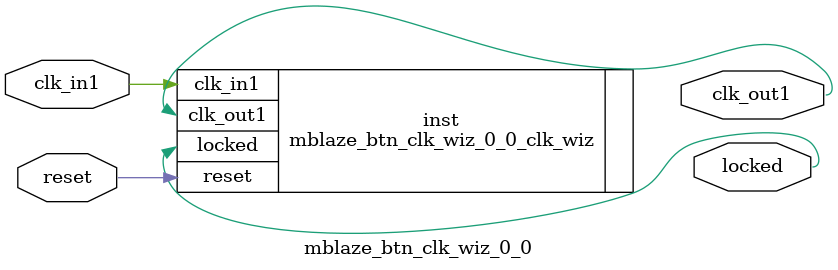
<source format=v>


`timescale 1ps/1ps

(* CORE_GENERATION_INFO = "mblaze_btn_clk_wiz_0_0,clk_wiz_v6_0_4_0_0,{component_name=mblaze_btn_clk_wiz_0_0,use_phase_alignment=true,use_min_o_jitter=false,use_max_i_jitter=false,use_dyn_phase_shift=false,use_inclk_switchover=false,use_dyn_reconfig=false,enable_axi=0,feedback_source=FDBK_AUTO,PRIMITIVE=MMCM,num_out_clk=1,clkin1_period=10.000,clkin2_period=10.000,use_power_down=false,use_reset=true,use_locked=true,use_inclk_stopped=false,feedback_type=SINGLE,CLOCK_MGR_TYPE=NA,manual_override=false}" *)

module mblaze_btn_clk_wiz_0_0 
 (
  // Clock out ports
  output        clk_out1,
  // Status and control signals
  input         reset,
  output        locked,
 // Clock in ports
  input         clk_in1
 );

  mblaze_btn_clk_wiz_0_0_clk_wiz inst
  (
  // Clock out ports  
  .clk_out1(clk_out1),
  // Status and control signals               
  .reset(reset), 
  .locked(locked),
 // Clock in ports
  .clk_in1(clk_in1)
  );

endmodule

</source>
